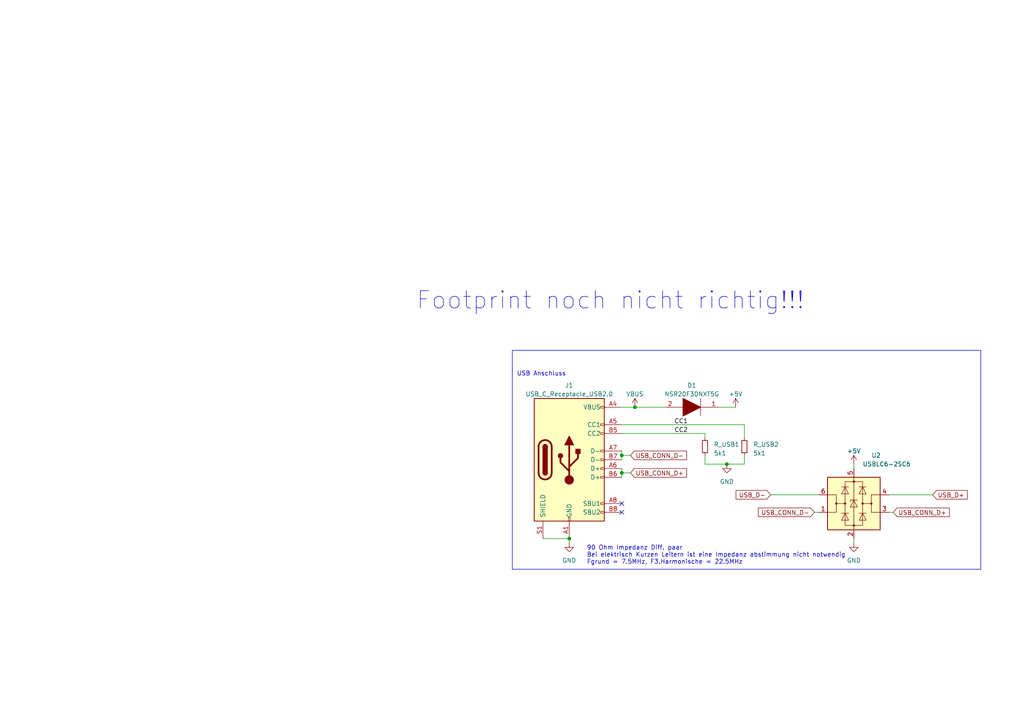
<source format=kicad_sch>
(kicad_sch (version 20230121) (generator eeschema)
  (paper "A4")
  (lib_symbols
    (symbol "Connector:USB_C_Receptacle_USB2.0" (pin_names (offset 1.016))
      (property "Reference" "J" (at -10.16 19.05 0))
      (property "Value" "USB_C_Receptacle_USB2.0" (at 19.05 19.05 0))
      (symbol "USB_C_Receptacle_USB2.0_0_0"
        (rectangle (start -0.254 -17.78) (end 0.254 -16.764))
        (rectangle (start 10.16 -14.986) (end 9.144 -15.494))
        (rectangle (start 10.16 -12.446) (end 9.144 -12.954))
        (rectangle (start 10.16 -4.826) (end 9.144 -5.334))
        (rectangle (start 10.16 -2.286) (end 9.144 -2.794))
        (rectangle (start 10.16 0.254) (end 9.144 -0.254))
        (rectangle (start 10.16 2.794) (end 9.144 2.286))
        (rectangle (start 10.16 7.874) (end 9.144 7.366))
        (rectangle (start 10.16 10.414) (end 9.144 9.906))
        (rectangle (start 10.16 15.494) (end 9.144 14.986))
      )
      (symbol "USB_C_Receptacle_USB2.0_0_1"
        (rectangle (start -10.16 17.78) (end 10.16 -17.78) (stroke (width 0.254)) (fill (type background)))
        (arc (start -8.89 -3.81) (mid -6.985 -5.7067) (end -5.08 -3.81) (stroke (width 0.508)))
        (arc (start -7.62 -3.81) (mid -6.985 -4.4423) (end -6.35 -3.81) (stroke (width 0.254)))
        (arc (start -7.62 -3.81) (mid -6.985 -4.4423) (end -6.35 -3.81) (stroke (width 0.254)) (fill (type outline)))
        (rectangle (start -7.62 -3.81) (end -6.35 3.81) (stroke (width 0.254)) (fill (type outline)))
        (arc (start -6.35 3.81) (mid -6.985 4.4423) (end -7.62 3.81) (stroke (width 0.254)))
        (arc (start -6.35 3.81) (mid -6.985 4.4423) (end -7.62 3.81) (stroke (width 0.254)) (fill (type outline)))
        (arc (start -5.08 3.81) (mid -6.985 5.7067) (end -8.89 3.81) (stroke (width 0.508)))
        (circle (center -2.54 1.143) (radius 0.635) (stroke (width 0.254)) (fill (type outline)))
        (circle (center 0 -5.842) (radius 1.27) (fill (type outline)))
        (polyline (pts (xy -8.89 -3.81) (xy -8.89 3.81)) (stroke (width 0.508)))
        (polyline (pts (xy -5.08 3.81) (xy -5.08 -3.81)) (stroke (width 0.508)))
        (polyline (pts (xy 0 -5.842) (xy 0 4.318)) (stroke (width 0.508)))
        (polyline (pts (xy 0 -3.302) (xy -2.54 -0.762) (xy -2.54 0.508)) (stroke (width 0.508)))
        (polyline (pts (xy 0 -2.032) (xy 2.54 0.508) (xy 2.54 1.778)) (stroke (width 0.508)))
        (polyline (pts (xy -1.27 4.318) (xy 0 6.858) (xy 1.27 4.318) (xy -1.27 4.318)) (stroke (width 0.254)) (fill (type outline)))
        (rectangle (start 1.905 1.778) (end 3.175 3.048) (stroke (width 0.254)) (fill (type outline)))
      )
      (symbol "USB_C_Receptacle_USB2.0_1_1"
        (pin passive line (at 0 -22.86 90) (length 5.08) (name "GND") (number "A1"))
        (pin passive line (at 0 -22.86 90) (length 5.08) hide (name "GND") (number "A12"))
        (pin passive line (at 15.24 15.24 180) (length 5.08) (name "VBUS") (number "A4"))
        (pin bidirectional line (at 15.24 10.16 180) (length 5.08) (name "CC1") (number "A5"))
        (pin bidirectional line (at 15.24 -2.54 180) (length 5.08) (name "D+") (number "A6"))
        (pin bidirectional line (at 15.24 2.54 180) (length 5.08) (name "D-") (number "A7"))
        (pin bidirectional line (at 15.24 -12.7 180) (length 5.08) (name "SBU1") (number "A8"))
        (pin passive line (at 15.24 15.24 180) (length 5.08) hide (name "VBUS") (number "A9"))
        (pin passive line (at 0 -22.86 90) (length 5.08) hide (name "GND") (number "B1"))
        (pin passive line (at 0 -22.86 90) (length 5.08) hide (name "GND") (number "B12"))
        (pin passive line (at 15.24 15.24 180) (length 5.08) hide (name "VBUS") (number "B4"))
        (pin bidirectional line (at 15.24 7.62 180) (length 5.08) (name "CC2") (number "B5"))
        (pin bidirectional line (at 15.24 -5.08 180) (length 5.08) (name "D+") (number "B6"))
        (pin bidirectional line (at 15.24 0 180) (length 5.08) (name "D-") (number "B7"))
        (pin bidirectional line (at 15.24 -15.24 180) (length 5.08) (name "SBU2") (number "B8"))
        (pin passive line (at 15.24 15.24 180) (length 5.08) hide (name "VBUS") (number "B9"))
        (pin passive line (at -7.62 -22.86 90) (length 5.08) (name "SHIELD") (number "S1"))
      )
    )
    (symbol "Device:R_Small" (pin_numbers hide) (pin_names (offset 0.254) hide)
      (property "Reference" "R" (at 0.762 0.508 0))
      (property "Value" "R_Small" (at 0.762 -1.016 0))
      (symbol "R_Small_0_1"
        (rectangle (start -0.762 1.778) (end 0.762 -1.778) (stroke (width 0.2032)))
      )
      (symbol "R_Small_1_1"
        (pin passive line (at 0 2.54 270) (length 0.762) (name "~") (number "1"))
        (pin passive line (at 0 -2.54 90) (length 0.762) (name "~") (number "2"))
      )
    )
    (symbol "Power_Protection:USBLC6-2SC6" (pin_names hide)
      (property "Reference" "U" (at 2.54 8.89 0))
      (property "Value" "USBLC6-2SC6" (at 2.54 -8.89 0))
      (symbol "USBLC6-2SC6_0_1"
        (rectangle (start -7.62 -7.62) (end 7.62 7.62) (stroke (width 0.254)) (fill (type background)))
        (circle (center -5.08 0) (radius 0.254) (fill (type outline)))
        (circle (center -2.54 0) (radius 0.254) (fill (type outline)))
        (rectangle (start -2.54 6.35) (end 2.54 -6.35))
        (circle (center 0 -6.35) (radius 0.254) (fill (type outline)))
        (polyline (pts (xy -5.08 -2.54) (xy -7.62 -2.54)))
        (polyline (pts (xy -5.08 0) (xy -5.08 -2.54)))
        (polyline (pts (xy -5.08 2.54) (xy -7.62 2.54)))
        (polyline (pts (xy -1.524 -2.794) (xy -3.556 -2.794)))
        (polyline (pts (xy -1.524 4.826) (xy -3.556 4.826)))
        (polyline (pts (xy 0 -7.62) (xy 0 -6.35)))
        (polyline (pts (xy 0 -6.35) (xy 0 1.27)))
        (polyline (pts (xy 0 1.27) (xy 0 6.35)))
        (polyline (pts (xy 0 6.35) (xy 0 7.62)))
        (polyline (pts (xy 1.524 -2.794) (xy 3.556 -2.794)))
        (polyline (pts (xy 1.524 4.826) (xy 3.556 4.826)))
        (polyline (pts (xy 5.08 -2.54) (xy 7.62 -2.54)))
        (polyline (pts (xy 5.08 0) (xy 5.08 -2.54)))
        (polyline (pts (xy 5.08 2.54) (xy 7.62 2.54)))
        (polyline (pts (xy -2.54 0) (xy -5.08 0) (xy -5.08 2.54)))
        (polyline (pts (xy 2.54 0) (xy 5.08 0) (xy 5.08 2.54)))
        (polyline (pts (xy -3.556 -4.826) (xy -1.524 -4.826) (xy -2.54 -2.794) (xy -3.556 -4.826)))
        (polyline (pts (xy -3.556 2.794) (xy -1.524 2.794) (xy -2.54 4.826) (xy -3.556 2.794)))
        (polyline (pts (xy -1.016 -1.016) (xy 1.016 -1.016) (xy 0 1.016) (xy -1.016 -1.016)))
        (polyline (pts (xy 1.016 1.016) (xy 0.762 1.016) (xy -1.016 1.016) (xy -1.016 0.508)))
        (polyline (pts (xy 3.556 -4.826) (xy 1.524 -4.826) (xy 2.54 -2.794) (xy 3.556 -4.826)))
        (polyline (pts (xy 3.556 2.794) (xy 1.524 2.794) (xy 2.54 4.826) (xy 3.556 2.794)))
        (circle (center 0 6.35) (radius 0.254) (fill (type outline)))
        (circle (center 2.54 0) (radius 0.254) (fill (type outline)))
        (circle (center 5.08 0) (radius 0.254) (fill (type outline)))
      )
      (symbol "USBLC6-2SC6_1_1"
        (pin passive line (at -10.16 -2.54 0) (length 2.54) (name "I/O1") (number "1"))
        (pin passive line (at 0 -10.16 90) (length 2.54) (name "GND") (number "2"))
        (pin passive line (at 10.16 -2.54 180) (length 2.54) (name "I/O2") (number "3"))
        (pin passive line (at 10.16 2.54 180) (length 2.54) (name "I/O2") (number "4"))
        (pin passive line (at 0 10.16 270) (length 2.54) (name "VBUS") (number "5"))
        (pin passive line (at -10.16 2.54 0) (length 2.54) (name "I/O1") (number "6"))
      )
    )
    (symbol "SamacSys_Parts:NSR20F30NXT5G" (pin_names (offset 0.762))
      (property "Reference" "D" (at 11.43 5.08 0))
      (property "Value" "NSR20F30NXT5G" (at 11.43 2.54 0))
      (symbol "NSR20F30NXT5G_0_0"
        (pin passive line (at 0 0 0) (length 2.54) (name "~") (number "1"))
        (pin passive line (at 15.24 0 180) (length 2.54) (name "~") (number "2"))
      )
      (symbol "NSR20F30NXT5G_0_1"
        (polyline (pts (xy 2.54 0) (xy 5.08 0)) (stroke (width 0.1524)))
        (polyline (pts (xy 5.08 2.54) (xy 5.08 -2.54)) (stroke (width 0.1524)))
        (polyline (pts (xy 10.16 0) (xy 12.7 0)) (stroke (width 0.1524)))
        (polyline (pts (xy 5.08 0) (xy 10.16 2.54) (xy 10.16 -2.54) (xy 5.08 0)) (stroke (width 0.254)) (fill (type outline)))
      )
    )
    (symbol "power:+5V" (power) (pin_names (offset 0))
      (property "Value" "+5V" (at 0 3.556 0))
      (symbol "+5V_0_1"
        (polyline (pts (xy -0.762 1.27) (xy 0 2.54)))
        (polyline (pts (xy 0 0) (xy 0 2.54)))
        (polyline (pts (xy 0 2.54) (xy 0.762 1.27)))
      )
      (symbol "+5V_1_1"
        (pin power_in line (at 0 0 90) (length 0) hide (name "+5V") (number "1"))
      )
    )
    (symbol "power:GND" (power) (pin_names (offset 0))
      (property "Value" "GND" (at 0 -3.81 0))
      (symbol "GND_0_1"
        (polyline (pts (xy 0 0) (xy 0 -1.27) (xy 1.27 -1.27) (xy 0 -2.54) (xy -1.27 -1.27) (xy 0 -1.27)))
      )
      (symbol "GND_1_1"
        (pin power_in line (at 0 0 270) (length 0) hide (name "GND") (number "1"))
      )
    )
    (symbol "power:VBUS" (power) (pin_names (offset 0))
      (property "Value" "VBUS" (at 0 3.81 0))
      (symbol "VBUS_0_1"
        (polyline (pts (xy -0.762 1.27) (xy 0 2.54)))
        (polyline (pts (xy 0 0) (xy 0 2.54)))
        (polyline (pts (xy 0 2.54) (xy 0.762 1.27)))
      )
      (symbol "VBUS_1_1"
        (pin power_in line (at 0 0 90) (length 0) hide (name "VBUS") (number "1"))
      )
    )
  )
  (junction (at 184.15 118.11))
  (junction (at 180.34 132.08))
  (junction (at 180.34 137.16))
  (junction (at 165.1 156.21))
  (junction (at 210.82 134.62))
  (no_connect (at 180.34 146.05))
  (no_connect (at 180.34 148.59))
  (wire (pts (xy 180.34 132.08) (xy 180.34 133.35)))
  (wire (pts (xy 247.65 156.21) (xy 247.65 157.48)))
  (wire (pts (xy 157.48 156.21) (xy 165.1 156.21)))
  (wire (pts (xy 180.34 123.19) (xy 215.9 123.19)))
  (wire (pts (xy 204.47 134.62) (xy 210.82 134.62)))
  (wire (pts (xy 180.34 137.16) (xy 180.34 138.43)))
  (wire (pts (xy 247.65 134.62) (xy 247.65 135.89)))
  (wire (pts (xy 257.81 143.51) (xy 270.51 143.51)))
  (wire (pts (xy 180.34 130.81) (xy 180.34 132.08)))
  (wire (pts (xy 223.52 143.51) (xy 237.49 143.51)))
  (wire (pts (xy 215.9 123.19) (xy 215.9 127)))
  (wire (pts (xy 180.34 135.89) (xy 180.34 137.16)))
  (wire (pts (xy 215.9 132.08) (xy 215.9 134.62)))
  (wire (pts (xy 165.1 156.21) (xy 165.1 157.48)))
  (wire (pts (xy 180.34 132.08) (xy 182.88 132.08)))
  (wire (pts (xy 204.47 132.08) (xy 204.47 134.62)))
  (wire (pts (xy 180.34 137.16) (xy 182.88 137.16)))
  (wire (pts (xy 184.15 118.11) (xy 193.04 118.11)))
  (wire (pts (xy 204.47 125.73) (xy 204.47 127)))
  (wire (pts (xy 257.81 148.59) (xy 259.08 148.59)))
  (wire (pts (xy 208.28 118.11) (xy 213.36 118.11)))
  (wire (pts (xy 236.22 148.59) (xy 237.49 148.59)))
  (wire (pts (xy 180.34 125.73) (xy 204.47 125.73)))
  (wire (pts (xy 215.9 134.62) (xy 210.82 134.62)))
  (wire (pts (xy 180.34 118.11) (xy 184.15 118.11)))
  (rectangle (start 148.59 101.6) (end 284.48 165.1))
  (text "USB Anschluss" (at 149.86 109.22 0) (effects (font (size 1.27 1.27)) (justify left bottom)))
  (text "90 Ohm Impedanz Diff. paar\nBei elektrisch Kurzen Leitern ist eine Impedanz abstimmung nicht notwendig\nFgrund = 7.5MHz, F3.Harmonische = 22.5MHz" (at 170.18 163.83 0) (effects (font (size 1.27 1.27)) (justify left bottom)))
  (text "Footprint noch nicht richtig!!!" (at 120.65 90.17 0) (effects (font (size 5 5)) (justify left bottom)))
  (label "CC1" (at 195.58 123.19 0))
  (label "CC2" (at 195.58 125.73 0))
  (global_label "USB_CONN_D+" (shape input) (at 259.08 148.59 0) (property "Intersheetrefs" "${INTERSHEET_REFS}" (effects hide)))
  (global_label "USB_CONN_D-" (shape input) (at 182.88 132.08 0) (property "Intersheetrefs" "${INTERSHEET_REFS}" (effects hide)))
  (global_label "USB_CONN_D+" (shape input) (at 182.88 137.16 0) (property "Intersheetrefs" "${INTERSHEET_REFS}" (effects hide)))
  (global_label "USB_CONN_D-" (shape input) (at 236.22 148.59 180) (property "Intersheetrefs" "${INTERSHEET_REFS}" (effects hide)))
  (global_label "USB_D-" (shape input) (at 223.52 143.51 180) (property "Intersheetrefs" "${INTERSHEET_REFS}" (effects hide)))
  (global_label "USB_D+" (shape input) (at 270.51 143.51 0) (property "Intersheetrefs" "${INTERSHEET_REFS}" (effects hide)))
  (symbol (lib_id "Power_Protection:USBLC6-2SC6") (at 247.65 146.05 0) (unit 1)
    (property "Reference" "U2" (at 252.73 132.08 0) (effects (justify left)))
    (property "Value" "USBLC6-2SC6" (at 250.19 134.62 0) (effects (justify left)))
    (property "Footprint" "Package_TO_SOT_SMD:SOT-23-6" (effects hide))
    (property "Datasheet" "https://www.st.com/resource/en/datasheet/usblc6-2.pdf" (effects hide))
    (instances (project "USB_CAN" (path "" (reference "U2") (unit 1))) (project "AHRS" (path "" (reference "U4") (unit 1))) (project "UNI_Projekt" (path "" (reference "U2") (unit 1))) (project "MCU Geregelter Tiefsetzsteller" (path "" (reference "U2") (unit 1))) (project "MCU_Board_V2" (path "" (reference "U4") (unit 1))) (project "Connector" (path "" (reference "U2") (unit 1))) (project "Spannungsversorgung" (path "" (reference "U2") (unit 1))) (project "Leistungsteil" (path "" (reference "U2") (unit 1))))
  )
  (symbol (lib_id "power:GND") (at 165.1 157.48 0) (unit 1)
    (property "Reference" "#PWR08" (effects hide))
    (property "Value" "GND" (at 165.1 162.56 0))
    (instances (project "USB_CAN" (path "" (reference "#PWR08") (unit 1))) (project "AHRS" (path "" (reference "#PWR0127") (unit 1))) (project "UNI_Projekt" (path "" (reference "#PWR056") (unit 1))) (project "Sensoren_Kommunikation" (path "" (reference "#PWR060") (unit 1))) (project "MCU Geregelter Tiefsetzsteller" (path "" (reference "#PWR084") (unit 1))) (project "MCU_Board_V2" (path "" (reference "#PWR044") (unit 1))) (project "Connector" (path "" (reference "#PWR060") (unit 1))) (project "Spannungsversorgung" (path "" (reference "#PWR08") (unit 1))) (project "Servo_Steuerung" (path "" (reference "#PWR060") (unit 1)) (path "" (reference "#PWR03") (unit 1)) (path "" (reference "#PWR031") (unit 1))) (project "Leistungsteil" (path "" (reference "#PWR040") (unit 1))))
  )
  (symbol (lib_id "Device:R_Small") (at 215.9 129.54 0) (unit 1)
    (property "Reference" "R_USB2" (at 218.44 128.905 0) (effects (justify left)))
    (property "Value" "5k1" (at 218.44 131.445 0) (effects (justify left)))
    (property "Footprint" "Resistor_SMD:R_0201_0603Metric" (effects hide))
    (instances (project "USB_CAN" (path "" (reference "R_USB2") (unit 1))) (project "AHRS" (path "" (reference "R_USB2") (unit 1))) (project "Sens_Komm" (path "" (reference "R_CAN2") (unit 1))) (project "UNI_Projekt" (path "" (reference "R_CAN2") (unit 1))) (project "MCU Geregelter Tiefsetzsteller" (path "" (reference "R_CC2") (unit 1))) (project "MCU_Board_V2" (path "" (reference "R_USB2") (unit 1))) (project "Connector" (path "" (reference "R_CAN2") (unit 1))) (project "Spannungsversorgung" (path "" (reference "R_USB2") (unit 1))) (project "Leistungsteil" (path "" (reference "R_USB2") (unit 1))))
  )
  (symbol (lib_id "power:GND") (at 210.82 134.62 0) (unit 1)
    (property "Reference" "#PWR010" (effects hide))
    (property "Value" "GND" (at 210.82 139.7 0))
    (instances (project "USB_CAN" (path "" (reference "#PWR010") (unit 1))) (project "AHRS" (path "" (reference "#PWR0128") (unit 1))) (project "UNI_Projekt" (path "" (reference "#PWR057") (unit 1))) (project "Sensoren_Kommunikation" (path "" (reference "#PWR060") (unit 1))) (project "MCU Geregelter Tiefsetzsteller" (path "" (reference "#PWR087") (unit 1))) (project "MCU_Board_V2" (path "" (reference "#PWR045") (unit 1))) (project "Connector" (path "" (reference "#PWR060") (unit 1))) (project "Spannungsversorgung" (path "" (reference "#PWR010") (unit 1))) (project "Servo_Steuerung" (path "" (reference "#PWR060") (unit 1)) (path "" (reference "#PWR03") (unit 1)) (path "" (reference "#PWR031") (unit 1))) (project "Leistungsteil" (path "" (reference "#PWR042") (unit 1))))
  )
  (symbol (lib_id "SamacSys_Parts:NSR20F30NXT5G") (at 208.28 118.11 180) (unit 1)
    (property "Reference" "D1" (at 200.66 111.76 0))
    (property "Value" "NSR20F30NXT5G" (at 200.66 114.3 0))
    (property "Footprint" "DSN2_1" (effects hide))
    (property "Datasheet" "http://www.onsemi.com/pub/Collateral/NSR20F30-D.PDF" (effects hide))
    (property "Description" "ON SEMICONDUCTOR - NSR20F30NXT5G - DIODE, SCHOTTKY, 2A, 30V, 0603" (effects hide))
    (property "Mouser Part Number" "863-NSR20F30NXT5G" (effects hide))
    (property "Mouser Price/Stock" "https://www.mouser.co.uk/ProductDetail/onsemi/NSR20F30NXT5G?qs=3ezCrKCRT5K%2FARb%252BJ8n8Hg%3D%3D" (effects hide))
    (property "Manufacturer_Name" "onsemi" (effects hide))
    (property "Manufacturer_Part_Number" "NSR20F30NXT5G" (effects hide))
  )
  (symbol (lib_id "power:GND") (at 247.65 157.48 0) (unit 1)
    (property "Reference" "#PWR012" (effects hide))
    (property "Value" "GND" (at 247.65 162.56 0))
    (instances (project "USB_CAN" (path "" (reference "#PWR012") (unit 1))) (project "AHRS" (path "" (reference "#PWR0130") (unit 1))) (project "UNI_Projekt" (path "" (reference "#PWR059") (unit 1))) (project "Sensoren_Kommunikation" (path "" (reference "#PWR060") (unit 1))) (project "MCU Geregelter Tiefsetzsteller" (path "" (reference "#PWR086") (unit 1))) (project "MCU_Board_V2" (path "" (reference "#PWR047") (unit 1))) (project "Connector" (path "" (reference "#PWR060") (unit 1))) (project "Spannungsversorgung" (path "" (reference "#PWR012") (unit 1))) (project "Servo_Steuerung" (path "" (reference "#PWR060") (unit 1)) (path "" (reference "#PWR03") (unit 1)) (path "" (reference "#PWR031") (unit 1))) (project "Leistungsteil" (path "" (reference "#PWR044") (unit 1))))
  )
  (symbol (lib_id "power:+5V") (at 247.65 134.62 0) (unit 1)
    (property "Reference" "#PWR046" (effects hide))
    (property "Value" "+5V" (at 247.65 130.81 0))
  )
  (symbol (lib_id "Connector:USB_C_Receptacle_USB2.0") (at 165.1 133.35 0) (unit 1)
    (property "Reference" "J1" (at 165.1 111.76 0))
    (property "Value" "USB_C_Receptacle_USB2.0" (at 165.1 114.3 0))
    (property "Footprint" "SamacSys_Parts:USB4110GFA" (effects hide))
    (property "Datasheet" "https://www.usb.org/sites/default/files/documents/usb_type-c.zip" (effects hide))
    (instances (project "USB_CAN" (path "" (reference "J1") (unit 1))) (project "AHRS" (path "" (reference "J6") (unit 1))) (project "UNI_Projekt" (path "" (reference "J2") (unit 1))) (project "MCU Geregelter Tiefsetzsteller" (path "" (reference "J3") (unit 1))) (project "MCU_Board_V2" (path "" (reference "J1") (unit 1))) (project "Connector" (path "" (reference "J3") (unit 1))) (project "Spannungsversorgung" (path "" (reference "J1") (unit 1))) (project "Leistungsteil" (path "" (reference "J7") (unit 1))))
  )
  (symbol (lib_id "power:VBUS") (at 184.15 118.11 0) (unit 1)
    (property "Reference" "#PWR031" (effects hide))
    (property "Value" "VBUS" (at 184.15 114.3 0))
  )
  (symbol (lib_id "Device:R_Small") (at 204.47 129.54 0) (unit 1)
    (property "Reference" "R_USB1" (at 207.01 128.905 0) (effects (justify left)))
    (property "Value" "5k1" (at 207.01 131.445 0) (effects (justify left)))
    (property "Footprint" "Resistor_SMD:R_0201_0603Metric" (effects hide))
    (instances (project "USB_CAN" (path "" (reference "R_USB1") (unit 1))) (project "AHRS" (path "" (reference "R_USB1") (unit 1))) (project "Sens_Komm" (path "" (reference "R_CAN2") (unit 1))) (project "UNI_Projekt" (path "" (reference "R_CAN1") (unit 1))) (project "MCU Geregelter Tiefsetzsteller" (path "" (reference "R_CC1") (unit 1))) (project "MCU_Board_V2" (path "" (reference "R_USB1") (unit 1))) (project "Connector" (path "" (reference "R_CAN2") (unit 1))) (project "Spannungsversorgung" (path "" (reference "R_USB1") (unit 1))) (project "Leistungsteil" (path "" (reference "R_USB1") (unit 1))))
  )
  (symbol (lib_id "power:+5V") (at 213.36 118.11 0) (unit 1)
    (property "Reference" "#PWR025" (effects hide))
    (property "Value" "+5V" (at 213.36 114.3 0))
  )
)
</source>
